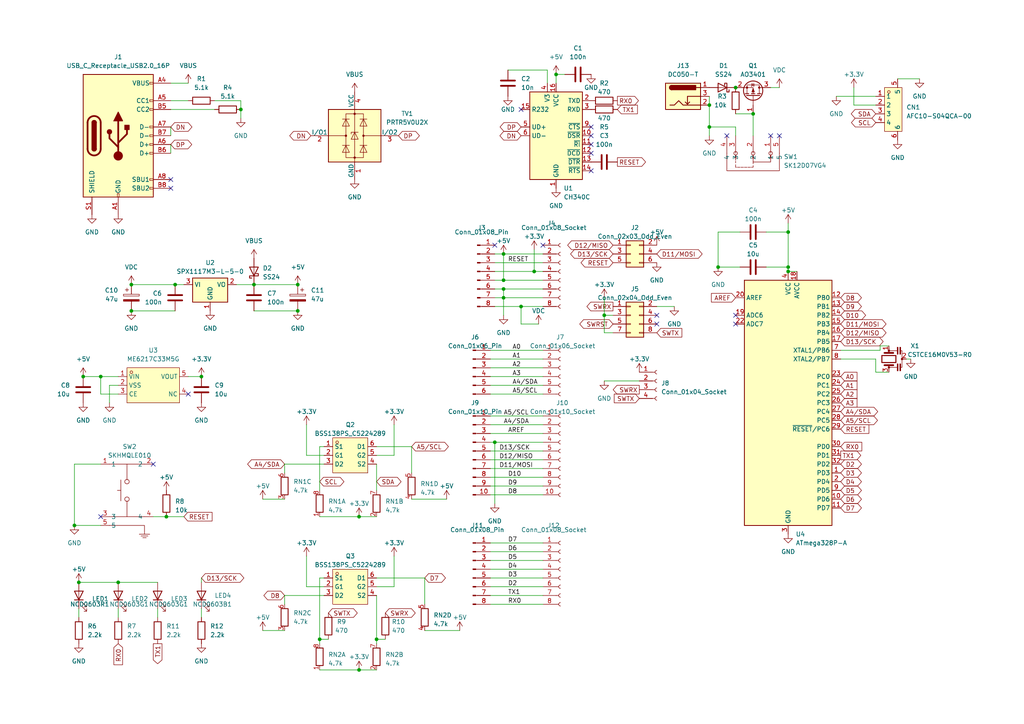
<source format=kicad_sch>
(kicad_sch (version 20231120) (generator "eeschema") (generator_version "8.0")
  (paper "A4")
  (lib_symbols
    (symbol "Connector:Barrel_Jack_Switch" (pin_names hide)
      (property "Reference" "J" (at 0 5.334 0))
      (property "Value" "Barrel_Jack_Switch" (at 0 -5.08 0))
      (symbol "Barrel_Jack_Switch_1_1"
        (pin passive line (at 7.62 2.54 180) (length 2.54) (name "~") (number "1"))
        (pin passive line (at 7.62 -2.54 180) (length 2.54) (name "~") (number "2"))
        (pin passive line (at 7.62 0 180) (length 2.54) (name "~") (number "3"))
      )
    )
    (symbol "Connector:Conn_01x04_Socket" (pin_names (offset 1.016) hide)
      (property "Reference" "J" (at 0 5.08 0))
      (property "Value" "Conn_01x04_Socket" (at 0 -7.62 0))
      (symbol "Conn_01x04_Socket_1_1"
        (pin passive line (at -5.08 2.54 0) (length 3.81) (name "Pin_1") (number "1"))
        (pin passive line (at -5.08 0 0) (length 3.81) (name "Pin_2") (number "2"))
        (pin passive line (at -5.08 -2.54 0) (length 3.81) (name "Pin_3") (number "3"))
        (pin passive line (at -5.08 -5.08 0) (length 3.81) (name "Pin_4") (number "4"))
      )
    )
    (symbol "Connector:Conn_01x06_Pin" (pin_names (offset 1.016) hide)
      (property "Reference" "J" (at 0 7.62 0))
      (property "Value" "Conn_01x06_Pin" (at 0 -10.16 0))
      (symbol "Conn_01x06_Pin_1_1"
        (pin passive line (at 5.08 5.08 180) (length 3.81) (name "Pin_1") (number "1"))
        (pin passive line (at 5.08 2.54 180) (length 3.81) (name "Pin_2") (number "2"))
        (pin passive line (at 5.08 0 180) (length 3.81) (name "Pin_3") (number "3"))
        (pin passive line (at 5.08 -2.54 180) (length 3.81) (name "Pin_4") (number "4"))
        (pin passive line (at 5.08 -5.08 180) (length 3.81) (name "Pin_5") (number "5"))
        (pin passive line (at 5.08 -7.62 180) (length 3.81) (name "Pin_6") (number "6"))
      )
    )
    (symbol "Connector:Conn_01x06_Socket" (pin_names (offset 1.016) hide)
      (property "Reference" "J" (at 0 7.62 0))
      (property "Value" "Conn_01x06_Socket" (at 0 -10.16 0))
      (symbol "Conn_01x06_Socket_1_1"
        (pin passive line (at -5.08 5.08 0) (length 3.81) (name "Pin_1") (number "1"))
        (pin passive line (at -5.08 2.54 0) (length 3.81) (name "Pin_2") (number "2"))
        (pin passive line (at -5.08 0 0) (length 3.81) (name "Pin_3") (number "3"))
        (pin passive line (at -5.08 -2.54 0) (length 3.81) (name "Pin_4") (number "4"))
        (pin passive line (at -5.08 -5.08 0) (length 3.81) (name "Pin_5") (number "5"))
        (pin passive line (at -5.08 -7.62 0) (length 3.81) (name "Pin_6") (number "6"))
      )
    )
    (symbol "Connector:Conn_01x08_Pin" (pin_names (offset 1.016) hide)
      (property "Reference" "J" (at 0 10.16 0))
      (property "Value" "Conn_01x08_Pin" (at 0 -12.7 0))
      (symbol "Conn_01x08_Pin_1_1"
        (pin passive line (at 5.08 7.62 180) (length 3.81) (name "Pin_1") (number "1"))
        (pin passive line (at 5.08 5.08 180) (length 3.81) (name "Pin_2") (number "2"))
        (pin passive line (at 5.08 2.54 180) (length 3.81) (name "Pin_3") (number "3"))
        (pin passive line (at 5.08 0 180) (length 3.81) (name "Pin_4") (number "4"))
        (pin passive line (at 5.08 -2.54 180) (length 3.81) (name "Pin_5") (number "5"))
        (pin passive line (at 5.08 -5.08 180) (length 3.81) (name "Pin_6") (number "6"))
        (pin passive line (at 5.08 -7.62 180) (length 3.81) (name "Pin_7") (number "7"))
        (pin passive line (at 5.08 -10.16 180) (length 3.81) (name "Pin_8") (number "8"))
      )
    )
    (symbol "Connector:Conn_01x08_Socket" (pin_names (offset 1.016) hide)
      (property "Reference" "J" (at 0 10.16 0))
      (property "Value" "Conn_01x08_Socket" (at 0 -12.7 0))
      (symbol "Conn_01x08_Socket_1_1"
        (pin passive line (at -5.08 7.62 0) (length 3.81) (name "Pin_1") (number "1"))
        (pin passive line (at -5.08 5.08 0) (length 3.81) (name "Pin_2") (number "2"))
        (pin passive line (at -5.08 2.54 0) (length 3.81) (name "Pin_3") (number "3"))
        (pin passive line (at -5.08 0 0) (length 3.81) (name "Pin_4") (number "4"))
        (pin passive line (at -5.08 -2.54 0) (length 3.81) (name "Pin_5") (number "5"))
        (pin passive line (at -5.08 -5.08 0) (length 3.81) (name "Pin_6") (number "6"))
        (pin passive line (at -5.08 -7.62 0) (length 3.81) (name "Pin_7") (number "7"))
        (pin passive line (at -5.08 -10.16 0) (length 3.81) (name "Pin_8") (number "8"))
      )
    )
    (symbol "Connector:Conn_01x10_Pin" (pin_names (offset 1.016) hide)
      (property "Reference" "J" (at 0 12.7 0))
      (property "Value" "Conn_01x10_Pin" (at 0 -15.24 0))
      (symbol "Conn_01x10_Pin_1_1"
        (pin passive line (at 5.08 10.16 180) (length 3.81) (name "Pin_1") (number "1"))
        (pin passive line (at 5.08 -12.7 180) (length 3.81) (name "Pin_10") (number "10"))
        (pin passive line (at 5.08 7.62 180) (length 3.81) (name "Pin_2") (number "2"))
        (pin passive line (at 5.08 5.08 180) (length 3.81) (name "Pin_3") (number "3"))
        (pin passive line (at 5.08 2.54 180) (length 3.81) (name "Pin_4") (number "4"))
        (pin passive line (at 5.08 0 180) (length 3.81) (name "Pin_5") (number "5"))
        (pin passive line (at 5.08 -2.54 180) (length 3.81) (name "Pin_6") (number "6"))
        (pin passive line (at 5.08 -5.08 180) (length 3.81) (name "Pin_7") (number "7"))
        (pin passive line (at 5.08 -7.62 180) (length 3.81) (name "Pin_8") (number "8"))
        (pin passive line (at 5.08 -10.16 180) (length 3.81) (name "Pin_9") (number "9"))
      )
    )
    (symbol "Connector:Conn_01x10_Socket" (pin_names (offset 1.016) hide)
      (property "Reference" "J" (at 0 12.7 0))
      (property "Value" "Conn_01x10_Socket" (at 0 -15.24 0))
      (symbol "Conn_01x10_Socket_1_1"
        (pin passive line (at -5.08 10.16 0) (length 3.81) (name "Pin_1") (number "1"))
        (pin passive line (at -5.08 -12.7 0) (length 3.81) (name "Pin_10") (number "10"))
        (pin passive line (at -5.08 7.62 0) (length 3.81) (name "Pin_2") (number "2"))
        (pin passive line (at -5.08 5.08 0) (length 3.81) (name "Pin_3") (number "3"))
        (pin passive line (at -5.08 2.54 0) (length 3.81) (name "Pin_4") (number "4"))
        (pin passive line (at -5.08 0 0) (length 3.81) (name "Pin_5") (number "5"))
        (pin passive line (at -5.08 -2.54 0) (length 3.81) (name "Pin_6") (number "6"))
        (pin passive line (at -5.08 -5.08 0) (length 3.81) (name "Pin_7") (number "7"))
        (pin passive line (at -5.08 -7.62 0) (length 3.81) (name "Pin_8") (number "8"))
        (pin passive line (at -5.08 -10.16 0) (length 3.81) (name "Pin_9") (number "9"))
      )
    )
    (symbol "Connector:USB_C_Receptacle_USB2.0_16P" (pin_names (offset 1.016))
      (property "Reference" "J" (at 0 22.225 0))
      (property "Value" "USB_C_Receptacle_USB2.0_16P" (at 0 19.685 0))
      (symbol "USB_C_Receptacle_USB2.0_16P_1_1"
        (pin passive line (at 0 -22.86 90) (length 5.08) (name "GND") (number "A1"))
        (pin passive line (at 0 -22.86 90) (length 5.08) hide (name "GND") (number "A12"))
        (pin passive line (at 15.24 15.24 180) (length 5.08) (name "VBUS") (number "A4"))
        (pin bidirectional line (at 15.24 10.16 180) (length 5.08) (name "CC1") (number "A5"))
        (pin bidirectional line (at 15.24 -2.54 180) (length 5.08) (name "D+") (number "A6"))
        (pin bidirectional line (at 15.24 2.54 180) (length 5.08) (name "D-") (number "A7"))
        (pin bidirectional line (at 15.24 -12.7 180) (length 5.08) (name "SBU1") (number "A8"))
        (pin passive line (at 15.24 15.24 180) (length 5.08) hide (name "VBUS") (number "A9"))
        (pin passive line (at 0 -22.86 90) (length 5.08) hide (name "GND") (number "B1"))
        (pin passive line (at 0 -22.86 90) (length 5.08) hide (name "GND") (number "B12"))
        (pin passive line (at 15.24 15.24 180) (length 5.08) hide (name "VBUS") (number "B4"))
        (pin bidirectional line (at 15.24 7.62 180) (length 5.08) (name "CC2") (number "B5"))
        (pin bidirectional line (at 15.24 -5.08 180) (length 5.08) (name "D+") (number "B6"))
        (pin bidirectional line (at 15.24 0 180) (length 5.08) (name "D-") (number "B7"))
        (pin bidirectional line (at 15.24 -15.24 180) (length 5.08) (name "SBU2") (number "B8"))
        (pin passive line (at 15.24 15.24 180) (length 5.08) hide (name "VBUS") (number "B9"))
        (pin passive line (at -7.62 -22.86 90) (length 5.08) (name "SHIELD") (number "S1"))
      )
    )
    (symbol "Connector_Generic:Conn_02x03_Odd_Even" (pin_names (offset 1.016) hide)
      (property "Reference" "J" (at 1.27 5.08 0))
      (property "Value" "Conn_02x03_Odd_Even" (at 1.27 -5.08 0))
      (symbol "Conn_02x03_Odd_Even_1_1"
        (pin passive line (at -5.08 2.54 0) (length 3.81) (name "Pin_1") (number "1"))
        (pin passive line (at 7.62 2.54 180) (length 3.81) (name "Pin_2") (number "2"))
        (pin passive line (at -5.08 0 0) (length 3.81) (name "Pin_3") (number "3"))
        (pin passive line (at 7.62 0 180) (length 3.81) (name "Pin_4") (number "4"))
        (pin passive line (at -5.08 -2.54 0) (length 3.81) (name "Pin_5") (number "5"))
        (pin passive line (at 7.62 -2.54 180) (length 3.81) (name "Pin_6") (number "6"))
      )
    )
    (symbol "Connector_Generic:Conn_02x04_Odd_Even" (pin_names (offset 1.016) hide)
      (property "Reference" "J" (at 1.27 5.08 0))
      (property "Value" "Conn_02x04_Odd_Even" (at 1.27 -7.62 0))
      (symbol "Conn_02x04_Odd_Even_1_1"
        (pin passive line (at -5.08 2.54 0) (length 3.81) (name "Pin_1") (number "1"))
        (pin passive line (at 7.62 2.54 180) (length 3.81) (name "Pin_2") (number "2"))
        (pin passive line (at -5.08 0 0) (length 3.81) (name "Pin_3") (number "3"))
        (pin passive line (at 7.62 0 180) (length 3.81) (name "Pin_4") (number "4"))
        (pin passive line (at -5.08 -2.54 0) (length 3.81) (name "Pin_5") (number "5"))
        (pin passive line (at 7.62 -2.54 180) (length 3.81) (name "Pin_6") (number "6"))
        (pin passive line (at -5.08 -5.08 0) (length 3.81) (name "Pin_7") (number "7"))
        (pin passive line (at 7.62 -5.08 180) (length 3.81) (name "Pin_8") (number "8"))
      )
    )
    (symbol "Device:C" (pin_numbers hide) (pin_names (offset 0.254))
      (property "Reference" "C" (at 0.635 2.54 0))
      (property "Value" "C" (at 0.635 -2.54 0))
      (symbol "C_1_1"
        (pin passive line (at 0 3.81 270) (length 2.794) (name "~") (number "1"))
        (pin passive line (at 0 -3.81 90) (length 2.794) (name "~") (number "2"))
      )
    )
    (symbol "Device:C_Polarized" (pin_numbers hide) (pin_names (offset 0.254))
      (property "Reference" "C" (at 0.635 2.54 0))
      (property "Value" "C_Polarized" (at 0.635 -2.54 0))
      (symbol "C_Polarized_1_1"
        (pin passive line (at 0 3.81 270) (length 2.794) (name "~") (number "1"))
        (pin passive line (at 0 -3.81 90) (length 2.794) (name "~") (number "2"))
      )
    )
    (symbol "Device:D_Schottky" (pin_numbers hide) (pin_names (offset 1.016) hide)
      (property "Reference" "D" (at 0 2.54 0))
      (property "Value" "D_Schottky" (at 0 -2.54 0))
      (symbol "D_Schottky_1_1"
        (pin passive line (at -3.81 0 0) (length 2.54) (name "K") (number "1"))
        (pin passive line (at 3.81 0 180) (length 2.54) (name "A") (number "2"))
      )
    )
    (symbol "Device:LED" (pin_numbers hide) (pin_names (offset 1.016) hide)
      (property "Reference" "D" (at 0 2.54 0))
      (property "Value" "LED" (at 0 -2.54 0))
      (symbol "LED_1_1"
        (pin passive line (at -3.81 0 0) (length 2.54) (name "K") (number "1"))
        (pin passive line (at 3.81 0 180) (length 2.54) (name "A") (number "2"))
      )
    )
    (symbol "Device:R" (pin_numbers hide) (pin_names (offset 0))
      (property "Reference" "R" (at 2.032 0 90))
      (property "Value" "R" (at 0 0 90))
      (symbol "R_1_1"
        (pin passive line (at 0 3.81 270) (length 1.27) (name "~") (number "1"))
        (pin passive line (at 0 -3.81 90) (length 1.27) (name "~") (number "2"))
      )
    )
    (symbol "Device:R_Pack04_Split" (pin_names (offset 0) hide)
      (property "Reference" "RN" (at 2.032 0 90))
      (property "Value" "R_Pack04_Split" (at 0 0 90))
      (symbol "R_Pack04_Split_1_1"
        (pin passive line (at 0 -3.81 90) (length 1.27) (name "R1.1") (number "1"))
        (pin passive line (at 0 3.81 270) (length 1.27) (name "R1.2") (number "8"))
      )
      (symbol "R_Pack04_Split_2_1"
        (pin passive line (at 0 -3.81 90) (length 1.27) (name "R2.1") (number "2"))
        (pin passive line (at 0 3.81 270) (length 1.27) (name "R2.2") (number "7"))
      )
      (symbol "R_Pack04_Split_3_1"
        (pin passive line (at 0 -3.81 90) (length 1.27) (name "R3.1") (number "3"))
        (pin passive line (at 0 3.81 270) (length 1.27) (name "R3.2") (number "6"))
      )
      (symbol "R_Pack04_Split_4_1"
        (pin passive line (at 0 -3.81 90) (length 1.27) (name "R4.1") (number "4"))
        (pin passive line (at 0 3.81 270) (length 1.27) (name "R4.2") (number "5"))
      )
    )
    (symbol "Device:Resonator" (pin_names (offset 1.016) hide)
      (property "Reference" "Y" (at 0 5.715 0))
      (property "Value" "Resonator" (at 0 3.81 0))
      (symbol "Resonator_1_1"
        (pin passive line (at -3.81 0 0) (length 1.27) (name "1") (number "1"))
        (pin passive line (at 0 -5.08 90) (length 1.27) (name "2") (number "2"))
        (pin passive line (at 3.81 0 180) (length 1.27) (name "3") (number "3"))
      )
    )
    (symbol "Interface_USB:CH340C"
      (property "Reference" "U" (at -5.08 13.97 0))
      (property "Value" "CH340C" (at 1.27 13.97 0))
      (symbol "CH340C_1_1"
        (pin power_in line (at 0 -15.24 90) (length 2.54) (name "GND") (number "1"))
        (pin input line (at 10.16 0 180) (length 2.54) (name "~{DSR}") (number "10"))
        (pin input line (at 10.16 -2.54 180) (length 2.54) (name "~{RI}") (number "11"))
        (pin input line (at 10.16 -5.08 180) (length 2.54) (name "~{DCD}") (number "12"))
        (pin output line (at 10.16 -7.62 180) (length 2.54) (name "~{DTR}") (number "13"))
        (pin output line (at 10.16 -10.16 180) (length 2.54) (name "~{RTS}") (number "14"))
        (pin input line (at -10.16 7.62 0) (length 2.54) (name "R232") (number "15"))
        (pin power_in line (at 0 15.24 270) (length 2.54) (name "VCC") (number "16"))
        (pin output line (at 10.16 10.16 180) (length 2.54) (name "TXD") (number "2"))
        (pin input line (at 10.16 7.62 180) (length 2.54) (name "RXD") (number "3"))
        (pin passive line (at -2.54 15.24 270) (length 2.54) (name "V3") (number "4"))
        (pin bidirectional line (at -10.16 2.54 0) (length 2.54) (name "UD+") (number "5"))
        (pin bidirectional line (at -10.16 0 0) (length 2.54) (name "UD-") (number "6"))
        (pin no_connect line (at -7.62 -7.62 0) (length 2.54) hide (name "NC") (number "7"))
        (pin no_connect line (at -7.62 -10.16 0) (length 2.54) hide (name "NC") (number "8"))
        (pin input line (at 10.16 2.54 180) (length 2.54) (name "~{CTS}") (number "9"))
      )
    )
    (symbol "MCU_Microchip_ATmega:ATmega328P-A"
      (property "Reference" "U" (at -12.7 36.83 0))
      (property "Value" "ATmega328P-A" (at 2.54 -36.83 0))
      (symbol "ATmega328P-A_1_1"
        (pin bidirectional line (at 15.24 -20.32 180) (length 2.54) (name "PD3") (number "1"))
        (pin bidirectional line (at 15.24 -27.94 180) (length 2.54) (name "PD6") (number "10"))
        (pin bidirectional line (at 15.24 -30.48 180) (length 2.54) (name "PD7") (number "11"))
        (pin bidirectional line (at 15.24 30.48 180) (length 2.54) (name "PB0") (number "12"))
        (pin bidirectional line (at 15.24 27.94 180) (length 2.54) (name "PB1") (number "13"))
        (pin bidirectional line (at 15.24 25.4 180) (length 2.54) (name "PB2") (number "14"))
        (pin bidirectional line (at 15.24 22.86 180) (length 2.54) (name "PB3") (number "15"))
        (pin bidirectional line (at 15.24 20.32 180) (length 2.54) (name "PB4") (number "16"))
        (pin bidirectional line (at 15.24 17.78 180) (length 2.54) (name "PB5") (number "17"))
        (pin power_in line (at 2.54 38.1 270) (length 2.54) (name "AVCC") (number "18"))
        (pin input line (at -15.24 25.4 0) (length 2.54) (name "ADC6") (number "19"))
        (pin bidirectional line (at 15.24 -22.86 180) (length 2.54) (name "PD4") (number "2"))
        (pin passive line (at -15.24 30.48 0) (length 2.54) (name "AREF") (number "20"))
        (pin passive line (at 0 -38.1 90) (length 2.54) hide (name "GND") (number "21"))
        (pin input line (at -15.24 22.86 0) (length 2.54) (name "ADC7") (number "22"))
        (pin bidirectional line (at 15.24 7.62 180) (length 2.54) (name "PC0") (number "23"))
        (pin bidirectional line (at 15.24 5.08 180) (length 2.54) (name "PC1") (number "24"))
        (pin bidirectional line (at 15.24 2.54 180) (length 2.54) (name "PC2") (number "25"))
        (pin bidirectional line (at 15.24 0 180) (length 2.54) (name "PC3") (number "26"))
        (pin bidirectional line (at 15.24 -2.54 180) (length 2.54) (name "PC4") (number "27"))
        (pin bidirectional line (at 15.24 -5.08 180) (length 2.54) (name "PC5") (number "28"))
        (pin bidirectional line (at 15.24 -7.62 180) (length 2.54) (name "~{RESET}/PC6") (number "29"))
        (pin power_in line (at 0 -38.1 90) (length 2.54) (name "GND") (number "3"))
        (pin bidirectional line (at 15.24 -12.7 180) (length 2.54) (name "PD0") (number "30"))
        (pin bidirectional line (at 15.24 -15.24 180) (length 2.54) (name "PD1") (number "31"))
        (pin bidirectional line (at 15.24 -17.78 180) (length 2.54) (name "PD2") (number "32"))
        (pin power_in line (at 0 38.1 270) (length 2.54) (name "VCC") (number "4"))
        (pin passive line (at 0 -38.1 90) (length 2.54) hide (name "GND") (number "5"))
        (pin passive line (at 0 38.1 270) (length 2.54) hide (name "VCC") (number "6"))
        (pin bidirectional line (at 15.24 15.24 180) (length 2.54) (name "XTAL1/PB6") (number "7"))
        (pin bidirectional line (at 15.24 12.7 180) (length 2.54) (name "XTAL2/PB7") (number "8"))
        (pin bidirectional line (at 15.24 -25.4 180) (length 2.54) (name "PD5") (number "9"))
      )
    )
    (symbol "Power_Protection:PRTR5V0U2X" (pin_names (offset 0))
      (property "Reference" "D" (at 2.794 8.636 0))
      (property "Value" "PRTR5V0U2X" (at 8.128 -9.398 0))
      (symbol "PRTR5V0U2X_1_1"
        (pin passive line (at 0 -12.7 90) (length 5.08) (name "GND") (number "1"))
        (pin passive line (at -12.7 0 0) (length 5.08) (name "I/O1") (number "2"))
        (pin passive line (at 12.7 0 180) (length 5.08) (name "I/O2") (number "3"))
        (pin passive line (at 0 12.7 270) (length 5.08) (name "VCC") (number "4"))
      )
    )
    (symbol "Regulator_Linear:AMS1117-5.0"
      (property "Reference" "U" (at -3.81 3.175 0))
      (property "Value" "AMS1117-5.0" (at 0 3.175 0))
      (symbol "AMS1117-5.0_1_1"
        (pin power_in line (at 0 -7.62 90) (length 2.54) (name "GND") (number "1"))
        (pin power_out line (at 7.62 0 180) (length 2.54) (name "VO") (number "2"))
        (pin power_in line (at -7.62 0 0) (length 2.54) (name "VI") (number "3"))
      )
    )
    (symbol "Transistor_FET:AO3401A" (pin_names hide)
      (property "Reference" "Q" (at 5.08 1.905 0))
      (property "Value" "AO3401A" (at 5.08 0 0))
      (symbol "AO3401A_1_1"
        (pin input line (at -5.08 0 0) (length 2.54) (name "G") (number "1"))
        (pin passive line (at 2.54 -5.08 90) (length 2.54) (name "S") (number "2"))
        (pin passive line (at 2.54 5.08 270) (length 2.54) (name "D") (number "3"))
      )
    )
    (symbol "power:+3.3V" (power) (pin_names (offset 0))
      (property "Value" "+3.3V" (at 0 3.556 0))
      (symbol "+3.3V_1_1"
        (pin power_in line (at 0 0 90) (length 0) hide (name "+3.3V") (number "1"))
      )
    )
    (symbol "power:+5V" (power) (pin_names (offset 0))
      (property "Value" "+5V" (at 0 3.556 0))
      (symbol "+5V_1_1"
        (pin power_in line (at 0 0 90) (length 0) hide (name "+5V") (number "1"))
      )
    )
    (symbol "power:GND" (power) (pin_names (offset 0))
      (property "Value" "GND" (at 0 -3.81 0))
      (symbol "GND_1_1"
        (pin power_in line (at 0 0 270) (length 0) hide (name "GND") (number "1"))
      )
    )
    (symbol "power:VBUS" (power) (pin_names (offset 0))
      (property "Value" "VBUS" (at 0 3.81 0))
      (symbol "VBUS_1_1"
        (pin power_in line (at 0 0 90) (length 0) hide (name "VBUS") (number "1"))
      )
    )
    (symbol "power:VDC" (power) (pin_names (offset 0))
      (property "Value" "VDC" (at 0 6.35 0))
      (symbol "VDC_1_1"
        (pin power_in line (at 0 0 90) (length 0) hide (name "VDC") (number "1"))
      )
    )
    (symbol "uno:AFC10-S04QCA-00"
      (property "Reference" "X" (at 0 13.97 0))
      (property "Value" "AFC10-S04QCA-00" (at 0 -13.97 0))
      (symbol "AFC10-S04QCA-00_0_1"
        (pin unspecified line (at -5.08 3.81 0) (length 2.54) (name "1") (number "1"))
        (pin unspecified line (at -5.08 1.27 0) (length 2.54) (name "2") (number "2"))
        (pin unspecified line (at -5.08 -1.27 0) (length 2.54) (name "3") (number "3"))
        (pin unspecified line (at -5.08 -3.81 0) (length 2.54) (name "4") (number "4"))
        (pin unspecified line (at 1.27 8.89 270) (length 2.54) (name "5") (number "5"))
        (pin unspecified line (at 1.27 -8.89 90) (length 2.54) (name "6") (number "6"))
      )
    )
    (symbol "uno:BSS138PS_C5224289"
      (property "Reference" "U" (at 0 7.62 0))
      (property "Value" "BSS138PS_C5224289" (at 0 -7.62 0))
      (symbol "BSS138PS_C5224289_0_1"
        (pin unspecified line (at -7.62 2.54 0) (length 2.54) (name "S1") (number "1"))
        (pin unspecified line (at -7.62 0 0) (length 2.54) (name "G1") (number "2"))
        (pin unspecified line (at -7.62 -2.54 0) (length 2.54) (name "D2") (number "3"))
        (pin unspecified line (at 7.62 -2.54 180) (length 2.54) (name "S2") (number "4"))
        (pin unspecified line (at 7.62 0 180) (length 2.54) (name "G2") (number "5"))
        (pin unspecified line (at 7.62 2.54 180) (length 2.54) (name "D1") (number "6"))
      )
    )
    (symbol "uno:ME6217C33M5G"
      (property "Reference" "U" (at 0 7.62 0))
      (property "Value" "ME6217C33M5G" (at 0 -7.62 0))
      (symbol "ME6217C33M5G_0_1"
        (pin unspecified line (at -10.16 2.54 0) (length 2.54) (name "VIN") (number "1"))
        (pin unspecified line (at -10.16 0 0) (length 2.54) (name "VSS") (number "2"))
        (pin unspecified line (at -10.16 -2.54 0) (length 2.54) (name "CE") (number "3"))
        (pin unspecified line (at 10.16 -2.54 180) (length 2.54) (name "NC") (number "4"))
        (pin unspecified line (at 10.16 2.54 180) (length 2.54) (name "VOUT") (number "5"))
      )
    )
    (symbol "uno:SK12D07VG4"
      (property "Reference" "SW" (at 0 0 0))
      (property "Value" "SK12D07VG4" (at 0 -10.16 0))
      (symbol "SK12D07VG4_0_1"
        (pin unspecified line (at -5.08 -5.08 90) (length 5.08) (name "1") (number "1"))
        (pin unspecified line (at 0 -5.08 90) (length 5.08) (name "2") (number "2"))
        (pin unspecified line (at 5.08 -5.08 90) (length 5.08) (name "3") (number "3"))
        (pin unspecified line (at 7.62 -5.08 90) (length 5.08) (name "4") (number "4"))
        (pin unspecified line (at -7.62 -5.08 90) (length 5.08) (name "5") (number "5"))
      )
    )
    (symbol "uno:SKHMQLE010"
      (property "Reference" "SW" (at 0 13.97 0))
      (property "Value" "SKHMQLE010" (at 0 -13.97 0))
      (symbol "SKHMQLE010_0_1"
        (pin unspecified line (at -7.62 8.89 0) (length 2.54) (name "1") (number "1"))
        (pin unspecified line (at 7.62 8.89 180) (length 2.54) (name "2") (number "2"))
        (pin unspecified line (at -7.62 -6.35 0) (length 2.54) (name "3") (number "3"))
        (pin unspecified line (at 7.62 -6.35 180) (length 2.54) (name "4") (number "4"))
        (pin unspecified line (at -7.62 -8.89 0) (length 2.54) (name "5") (number "5"))
      )
    )
  )
  (junction (at 104.14 194.31))
  (junction (at 73.66 82.55))
  (junction (at 146.05 86.36))
  (junction (at 38.1 90.17))
  (junction (at 34.29 168.91))
  (junction (at 228.6 78.74))
  (junction (at 104.14 149.86))
  (junction (at 86.36 82.55))
  (junction (at 92.71 185.42))
  (junction (at 151.13 88.9))
  (junction (at 21.59 152.4))
  (junction (at 154.94 78.74))
  (junction (at 213.36 25.4))
  (junction (at 146.05 83.82))
  (junction (at 22.86 168.91))
  (junction (at 29.21 109.22))
  (junction (at 143.51 128.27))
  (junction (at 69.85 31.75))
  (junction (at 109.22 185.42))
  (junction (at 24.13 109.22))
  (junction (at 38.1 82.55))
  (junction (at 50.8 82.55))
  (junction (at 175.26 91.44))
  (junction (at 205.74 30.48))
  (junction (at 146.05 73.66))
  (junction (at 208.28 77.47))
  (junction (at 218.44 33.02))
  (junction (at 228.6 67.31))
  (junction (at 58.42 109.22))
  (junction (at 161.29 21.59))
  (junction (at 146.05 81.28))
  (junction (at 228.6 77.47))
  (junction (at 48.26 149.86))
  (junction (at 86.36 90.17))
  (junction (at 205.74 36.83))
  (no_connect (at 151.13 31.75))
  (no_connect (at 171.45 44.45))
  (no_connect (at 29.21 149.86))
  (no_connect (at 190.5 91.44))
  (no_connect (at 44.45 134.62))
  (no_connect (at 210.82 39.37))
  (no_connect (at 171.45 39.37))
  (no_connect (at 226.06 39.37))
  (no_connect (at 171.45 49.53))
  (no_connect (at 171.45 36.83))
  (no_connect (at 54.61 114.3))
  (no_connect (at 49.53 54.61))
  (no_connect (at 157.48 71.12))
  (no_connect (at 49.53 52.07))
  (no_connect (at 213.36 91.44))
  (no_connect (at 171.45 41.91))
  (no_connect (at 143.51 71.12))
  (no_connect (at 213.36 93.98))
  (no_connect (at 190.5 93.98))
  (no_connect (at 223.52 39.37))
  (wire (pts (xy 142.24 130.81) (xy 157.48 130.81)))
  (wire (pts (xy 175.26 96.52) (xy 175.26 91.44)))
  (wire (pts (xy 142.24 128.27) (xy 143.51 128.27)))
  (wire (pts (xy 177.8 96.52) (xy 175.26 96.52)))
  (wire (pts (xy 22.86 168.91) (xy 34.29 168.91)))
  (wire (pts (xy 31.75 116.84) (xy 31.75 111.76)))
  (wire (pts (xy 228.6 77.47) (xy 228.6 78.74)))
  (wire (pts (xy 143.51 78.74) (xy 154.94 78.74)))
  (wire (pts (xy 175.26 91.44) (xy 175.26 86.36)))
  (wire (pts (xy 119.38 144.78) (xy 129.54 144.78)))
  (wire (pts (xy 247.65 25.4) (xy 247.65 30.48)))
  (wire (pts (xy 142.24 106.68) (xy 157.48 106.68)))
  (wire (pts (xy 158.75 20.32) (xy 147.32 20.32)))
  (wire (pts (xy 109.22 134.62) (xy 109.22 142.24)))
  (wire (pts (xy 92.71 129.54) (xy 92.71 142.24)))
  (wire (pts (xy 143.51 76.2) (xy 157.48 76.2)))
  (wire (pts (xy 88.9 170.18) (xy 88.9 161.29)))
  (wire (pts (xy 142.24 104.14) (xy 157.48 104.14)))
  (wire (pts (xy 29.21 109.22) (xy 34.29 109.22)))
  (wire (pts (xy 143.51 86.36) (xy 146.05 86.36)))
  (wire (pts (xy 69.85 31.75) (xy 69.85 34.29)))
  (wire (pts (xy 213.36 33.02) (xy 218.44 33.02)))
  (wire (pts (xy 34.29 114.3) (xy 29.21 114.3)))
  (wire (pts (xy 142.24 175.26) (xy 157.48 175.26)))
  (wire (pts (xy 254 107.95) (xy 254 104.14)))
  (wire (pts (xy 93.98 172.72) (xy 82.55 172.72)))
  (wire (pts (xy 54.61 109.22) (xy 58.42 109.22)))
  (wire (pts (xy 255.27 100.33) (xy 255.27 101.6)))
  (wire (pts (xy 49.53 29.21) (xy 54.61 29.21)))
  (wire (pts (xy 76.2 182.88) (xy 82.55 182.88)))
  (wire (pts (xy 123.19 167.64) (xy 123.19 175.26)))
  (wire (pts (xy 142.24 109.22) (xy 157.48 109.22)))
  (wire (pts (xy 119.38 129.54) (xy 119.38 137.16)))
  (wire (pts (xy 49.53 41.91) (xy 49.53 44.45)))
  (wire (pts (xy 143.51 128.27) (xy 157.48 128.27)))
  (wire (pts (xy 114.3 161.29) (xy 114.3 170.18)))
  (wire (pts (xy 142.24 111.76) (xy 157.48 111.76)))
  (wire (pts (xy 142.24 170.18) (xy 157.48 170.18)))
  (wire (pts (xy 161.29 21.59) (xy 163.83 21.59)))
  (wire (pts (xy 34.29 168.91) (xy 45.72 168.91)))
  (wire (pts (xy 143.51 88.9) (xy 151.13 88.9)))
  (wire (pts (xy 142.24 172.72) (xy 157.48 172.72)))
  (wire (pts (xy 142.24 160.02) (xy 157.48 160.02)))
  (wire (pts (xy 58.42 176.53) (xy 58.42 179.07)))
  (wire (pts (xy 142.24 123.19) (xy 157.48 123.19)))
  (wire (pts (xy 205.74 39.37) (xy 205.74 36.83)))
  (wire (pts (xy 146.05 83.82) (xy 146.05 86.36)))
  (wire (pts (xy 208.28 67.31) (xy 214.63 67.31)))
  (wire (pts (xy 104.14 194.31) (xy 109.22 194.31)))
  (wire (pts (xy 228.6 64.77) (xy 228.6 67.31)))
  (wire (pts (xy 29.21 114.3) (xy 29.21 109.22)))
  (wire (pts (xy 34.29 176.53) (xy 34.29 179.07)))
  (wire (pts (xy 214.63 77.47) (xy 208.28 77.47)))
  (wire (pts (xy 93.98 134.62) (xy 82.55 134.62)))
  (wire (pts (xy 205.74 27.94) (xy 205.74 30.48)))
  (wire (pts (xy 93.98 132.08) (xy 88.9 132.08)))
  (wire (pts (xy 114.3 123.19) (xy 114.3 132.08)))
  (wire (pts (xy 24.13 109.22) (xy 29.21 109.22)))
  (wire (pts (xy 142.24 133.35) (xy 157.48 133.35)))
  (wire (pts (xy 208.28 67.31) (xy 208.28 77.47)))
  (wire (pts (xy 76.2 144.78) (xy 82.55 144.78)))
  (wire (pts (xy 109.22 185.42) (xy 109.22 186.69)))
  (wire (pts (xy 69.85 29.21) (xy 69.85 31.75)))
  (wire (pts (xy 48.26 149.86) (xy 53.34 149.86)))
  (wire (pts (xy 38.1 90.17) (xy 50.8 90.17)))
  (wire (pts (xy 58.42 167.64) (xy 58.42 168.91)))
  (wire (pts (xy 109.22 129.54) (xy 119.38 129.54)))
  (wire (pts (xy 109.22 185.42) (xy 111.76 185.42)))
  (wire (pts (xy 142.24 101.6) (xy 157.48 101.6)))
  (wire (pts (xy 31.75 111.76) (xy 34.29 111.76)))
  (wire (pts (xy 151.13 93.98) (xy 156.21 93.98)))
  (wire (pts (xy 93.98 167.64) (xy 92.71 167.64)))
  (wire (pts (xy 142.24 125.73) (xy 157.48 125.73)))
  (wire (pts (xy 142.24 167.64) (xy 157.48 167.64)))
  (wire (pts (xy 21.59 134.62) (xy 29.21 134.62)))
  (wire (pts (xy 146.05 83.82) (xy 157.48 83.82)))
  (wire (pts (xy 143.51 83.82) (xy 146.05 83.82)))
  (wire (pts (xy 257.81 100.33) (xy 255.27 100.33)))
  (wire (pts (xy 146.05 73.66) (xy 146.05 81.28)))
  (wire (pts (xy 143.51 81.28) (xy 146.05 81.28)))
  (wire (pts (xy 49.53 31.75) (xy 62.23 31.75)))
  (wire (pts (xy 109.22 132.08) (xy 114.3 132.08)))
  (wire (pts (xy 50.8 82.55) (xy 53.34 82.55)))
  (wire (pts (xy 142.24 162.56) (xy 157.48 162.56)))
  (wire (pts (xy 213.36 39.37) (xy 213.36 36.83)))
  (wire (pts (xy 44.45 149.86) (xy 48.26 149.86)))
  (wire (pts (xy 222.25 77.47) (xy 228.6 77.47)))
  (wire (pts (xy 142.24 114.3) (xy 157.48 114.3)))
  (wire (pts (xy 228.6 78.74) (xy 231.14 78.74)))
  (wire (pts (xy 45.72 176.53) (xy 45.72 179.07)))
  (wire (pts (xy 146.05 86.36) (xy 146.05 91.44)))
  (wire (pts (xy 154.94 78.74) (xy 157.48 78.74)))
  (wire (pts (xy 190.5 88.9) (xy 195.58 88.9)))
  (wire (pts (xy 151.13 88.9) (xy 157.48 88.9)))
  (wire (pts (xy 123.19 182.88) (xy 133.35 182.88)))
  (wire (pts (xy 175.26 91.44) (xy 177.8 91.44)))
  (wire (pts (xy 142.24 138.43) (xy 157.48 138.43)))
  (wire (pts (xy 161.29 21.59) (xy 161.29 24.13)))
  (wire (pts (xy 247.65 30.48) (xy 254 30.48)))
  (wire (pts (xy 73.66 82.55) (xy 86.36 82.55)))
  (wire (pts (xy 222.25 67.31) (xy 228.6 67.31)))
  (wire (pts (xy 142.24 165.1) (xy 157.48 165.1)))
  (wire (pts (xy 158.75 24.13) (xy 158.75 20.32)))
  (wire (pts (xy 93.98 129.54) (xy 92.71 129.54)))
  (wire (pts (xy 92.71 185.42) (xy 95.25 185.42)))
  (wire (pts (xy 92.71 185.42) (xy 92.71 186.69)))
  (wire (pts (xy 142.24 135.89) (xy 157.48 135.89)))
  (wire (pts (xy 49.53 36.83) (xy 49.53 39.37)))
  (wire (pts (xy 228.6 67.31) (xy 228.6 77.47)))
  (wire (pts (xy 49.53 24.13) (xy 54.61 24.13)))
  (wire (pts (xy 223.52 25.4) (xy 226.06 25.4)))
  (wire (pts (xy 146.05 81.28) (xy 157.48 81.28)))
  (wire (pts (xy 175.26 110.49) (xy 185.42 110.49)))
  (wire (pts (xy 213.36 36.83) (xy 205.74 36.83)))
  (wire (pts (xy 151.13 88.9) (xy 151.13 93.98)))
  (wire (pts (xy 262.89 104.14) (xy 264.16 104.14)))
  (wire (pts (xy 22.86 176.53) (xy 22.86 179.07)))
  (wire (pts (xy 109.22 170.18) (xy 114.3 170.18)))
  (wire (pts (xy 255.27 101.6) (xy 243.84 101.6)))
  (wire (pts (xy 93.98 170.18) (xy 88.9 170.18)))
  (wire (pts (xy 260.35 22.86) (xy 266.7 22.86)))
  (wire (pts (xy 82.55 172.72) (xy 82.55 175.26)))
  (wire (pts (xy 142.24 157.48) (xy 157.48 157.48)))
  (wire (pts (xy 104.14 149.86) (xy 109.22 149.86)))
  (wire (pts (xy 88.9 132.08) (xy 88.9 123.19)))
  (wire (pts (xy 142.24 120.65) (xy 157.48 120.65)))
  (wire (pts (xy 21.59 152.4) (xy 21.59 134.62)))
  (wire (pts (xy 38.1 82.55) (xy 50.8 82.55)))
  (wire (pts (xy 143.51 73.66) (xy 146.05 73.66)))
  (wire (pts (xy 109.22 167.64) (xy 123.19 167.64)))
  (wire (pts (xy 92.71 194.31) (xy 104.14 194.31)))
  (wire (pts (xy 109.22 172.72) (xy 109.22 185.42)))
  (wire (pts (xy 73.66 90.17) (xy 86.36 90.17)))
  (wire (pts (xy 143.51 128.27) (xy 143.51 146.05)))
  (wire (pts (xy 92.71 167.64) (xy 92.71 185.42)))
  (wire (pts (xy 257.81 107.95) (xy 254 107.95)))
  (wire (pts (xy 68.58 82.55) (xy 73.66 82.55)))
  (wire (pts (xy 218.44 33.02) (xy 218.44 39.37)))
  (wire (pts (xy 254 104.14) (xy 243.84 104.14)))
  (wire (pts (xy 21.59 152.4) (xy 29.21 152.4)))
  (wire (pts (xy 62.23 29.21) (xy 69.85 29.21)))
  (wire (pts (xy 154.94 72.39) (xy 154.94 78.74)))
  (wire (pts (xy 82.55 134.62) (xy 82.55 137.16)))
  (wire (pts (xy 142.24 143.51) (xy 157.48 143.51)))
  (wire (pts (xy 92.71 149.86) (xy 104.14 149.86)))
  (wire (pts (xy 242.57 27.94) (xy 254 27.94)))
  (wire (pts (xy 205.74 30.48) (xy 205.74 36.83)))
  (wire (pts (xy 142.24 140.97) (xy 157.48 140.97)))
  (wire (pts (xy 146.05 86.36) (xy 157.48 86.36)))
  (wire (pts (xy 146.05 73.66) (xy 157.48 73.66)))
  (label "D12{slash}MISO" (at 144.78 133.35 0))
  (label "A5{slash}SCL" (at 146.05 120.65 0))
  (label "A0" (at 148.59 101.6 0))
  (label "D5" (at 147.32 162.56 0))
  (label "D13{slash}SCK" (at 144.78 130.81 0))
  (label "AREF" (at 147.32 125.73 0))
  (label "A1" (at 148.59 104.14 0))
  (label "RX0" (at 147.32 175.26 0))
  (label "A2" (at 148.59 106.68 0))
  (label "A4{slash}SDA" (at 146.05 123.19 0))
  (label "D4" (at 147.32 165.1 0))
  (label "D6" (at 147.32 160.02 0))
  (label "D7" (at 147.32 157.48 0))
  (label "D2" (at 147.32 170.18 0))
  (label "TX1" (at 147.32 172.72 0))
  (label "D11{slash}MOSI" (at 144.78 135.89 0))
  (label "A3" (at 148.59 109.22 0))
  (label "D9" (at 147.32 140.97 0))
  (label "A4{slash}SDA" (at 148.59 111.76 0))
  (label "RESET" (at 147.32 76.2 0))
  (label "D3" (at 147.32 167.64 0))
  (label "D10" (at 147.32 138.43 0))
  (label "D8" (at 147.32 143.51 0))
  (label "A5{slash}SCL" (at 148.59 114.3 0))
  (global_label "D10" (shape bidirectional) (at 243.84 91.44 0) (property "Intersheetrefs" "${INTERSHEET_REFS}" (effects (hide yes))))
  (global_label "D2" (shape bidirectional) (at 243.84 134.62 0) (property "Intersheetrefs" "${INTERSHEET_REFS}" (effects (hide yes))))
  (global_label "RX0" (shape output) (at 179.07 29.21 0) (property "Intersheetrefs" "${INTERSHEET_REFS}" (effects (hide yes))))
  (global_label "D6" (shape bidirectional) (at 243.84 144.78 0) (property "Intersheetrefs" "${INTERSHEET_REFS}" (effects (hide yes))))
  (global_label "RESET" (shape output) (at 179.07 46.99 0) (property "Intersheetrefs" "${INTERSHEET_REFS}" (effects (hide yes))))
  (global_label "SWTX" (shape input) (at 185.42 115.57 180) (property "Intersheetrefs" "${INTERSHEET_REFS}" (effects (hide yes))))
  (global_label "D4" (shape bidirectional) (at 243.84 139.7 0) (property "Intersheetrefs" "${INTERSHEET_REFS}" (effects (hide yes))))
  (global_label "DP" (shape bidirectional) (at 49.53 41.91 0) (property "Intersheetrefs" "${INTERSHEET_REFS}" (effects (hide yes))))
  (global_label "D7" (shape bidirectional) (at 123.19 167.64 0) (property "Intersheetrefs" "${INTERSHEET_REFS}" (effects (hide yes))))
  (global_label "D11{slash}MOSI" (shape bidirectional) (at 243.84 93.98 0) (property "Intersheetrefs" "${INTERSHEET_REFS}" (effects (hide yes))))
  (global_label "A5{slash}SCL" (shape bidirectional) (at 243.84 121.92 0) (property "Intersheetrefs" "${INTERSHEET_REFS}" (effects (hide yes))))
  (global_label "AREF" (shape input) (at 213.36 86.36 180) (property "Intersheetrefs" "${INTERSHEET_REFS}" (effects (hide yes))))
  (global_label "D13{slash}SCK" (shape bidirectional) (at 58.42 167.64 0) (property "Intersheetrefs" "${INTERSHEET_REFS}" (effects (hide yes))))
  (global_label "RX0" (shape input) (at 34.29 186.69 270) (property "Intersheetrefs" "${INTERSHEET_REFS}" (effects (hide yes))))
  (global_label "TX1" (shape output) (at 243.84 132.08 0) (property "Intersheetrefs" "${INTERSHEET_REFS}" (effects (hide yes))))
  (global_label "SWTX" (shape bidirectional) (at 95.25 177.8 0) (property "Intersheetrefs" "${INTERSHEET_REFS}" (effects (hide yes))))
  (global_label "A4{slash}SDA" (shape bidirectional) (at 243.84 119.38 0) (property "Intersheetrefs" "${INTERSHEET_REFS}" (effects (hide yes))))
  (global_label "D8" (shape bidirectional) (at 243.84 86.36 0) (property "Intersheetrefs" "${INTERSHEET_REFS}" (effects (hide yes))))
  (global_label "SCL" (shape bidirectional) (at 92.71 139.7 0) (property "Intersheetrefs" "${INTERSHEET_REFS}" (effects (hide yes))))
  (global_label "D5" (shape bidirectional) (at 243.84 142.24 0) (property "Intersheetrefs" "${INTERSHEET_REFS}" (effects (hide yes))))
  (global_label "D3" (shape bidirectional) (at 243.84 137.16 0) (property "Intersheetrefs" "${INTERSHEET_REFS}" (effects (hide yes))))
  (global_label "SDA" (shape bidirectional) (at 109.22 139.7 0) (property "Intersheetrefs" "${INTERSHEET_REFS}" (effects (hide yes))))
  (global_label "SCL" (shape bidirectional) (at 254 35.56 180) (property "Intersheetrefs" "${INTERSHEET_REFS}" (effects (hide yes))))
  (global_label "D13{slash}SCK" (shape bidirectional) (at 177.8 73.66 180) (property "Intersheetrefs" "${INTERSHEET_REFS}" (effects (hide yes))))
  (global_label "D12{slash}MISO" (shape bidirectional) (at 243.84 96.52 0) (property "Intersheetrefs" "${INTERSHEET_REFS}" (effects (hide yes))))
  (global_label "A2" (shape input) (at 243.84 114.3 0) (property "Intersheetrefs" "${INTERSHEET_REFS}" (effects (hide yes))))
  (global_label "RESET" (shape input) (at 53.34 149.86 0) (property "Intersheetrefs" "${INTERSHEET_REFS}" (effects (hide yes))))
  (global_label "RX0" (shape input) (at 243.84 129.54 0) (property "Intersheetrefs" "${INTERSHEET_REFS}" (effects (hide yes))))
  (global_label "A5{slash}SCL" (shape bidirectional) (at 119.38 129.54 0) (property "Intersheetrefs" "${INTERSHEET_REFS}" (effects (hide yes))))
  (global_label "RESET" (shape bidirectional) (at 177.8 76.2 180) (property "Intersheetrefs" "${INTERSHEET_REFS}" (effects (hide yes))))
  (global_label "A1" (shape input) (at 243.84 111.76 0) (property "Intersheetrefs" "${INTERSHEET_REFS}" (effects (hide yes))))
  (global_label "RESET" (shape input) (at 243.84 124.46 0) (property "Intersheetrefs" "${INTERSHEET_REFS}" (effects (hide yes))))
  (global_label "SWRX" (shape output) (at 177.8 88.9 180) (property "Intersheetrefs" "${INTERSHEET_REFS}" (effects (hide yes))))
  (global_label "TX1" (shape output) (at 45.72 186.69 270) (property "Intersheetrefs" "${INTERSHEET_REFS}" (effects (hide yes))))
  (global_label "TX1" (shape input) (at 179.07 31.75 0) (property "Intersheetrefs" "${INTERSHEET_REFS}" (effects (hide yes))))
  (global_label "SWRX" (shape bidirectional) (at 111.76 177.8 0) (property "Intersheetrefs" "${INTERSHEET_REFS}" (effects (hide yes))))
  (global_label "SWRST" (shape bidirectional) (at 177.8 93.98 180) (property "Intersheetrefs" "${INTERSHEET_REFS}" (effects (hide yes))))
  (global_label "DP" (shape bidirectional) (at 115.57 39.37 0) (property "Intersheetrefs" "${INTERSHEET_REFS}" (effects (hide yes))))
  (global_label "DN" (shape bidirectional) (at 90.17 39.37 180) (property "Intersheetrefs" "${INTERSHEET_REFS}" (effects (hide yes))))
  (global_label "D12{slash}MISO" (shape bidirectional) (at 177.8 71.12 180) (property "Intersheetrefs" "${INTERSHEET_REFS}" (effects (hide yes))))
  (global_label "D13{slash}SCK" (shape bidirectional) (at 243.84 99.06 0) (property "Intersheetrefs" "${INTERSHEET_REFS}" (effects (hide yes))))
  (global_label "SWTX" (shape input) (at 190.5 96.52 0) (property "Intersheetrefs" "${INTERSHEET_REFS}" (effects (hide yes))))
  (global_label "D11{slash}MOSI" (shape bidirectional) (at 190.5 73.66 0) (property "Intersheetrefs" "${INTERSHEET_REFS}" (effects (hide yes))))
  (global_label "DP" (shape bidirectional) (at 151.13 36.83 180) (property "Intersheetrefs" "${INTERSHEET_REFS}" (effects (hide yes))))
  (global_label "A3" (shape input) (at 243.84 116.84 0) (property "Intersheetrefs" "${INTERSHEET_REFS}" (effects (hide yes))))
  (global_label "D8" (shape bidirectional) (at 82.55 172.72 180) (property "Intersheetrefs" "${INTERSHEET_REFS}" (effects (hide yes))))
  (global_label "DN" (shape bidirectional) (at 151.13 39.37 180) (property "Intersheetrefs" "${INTERSHEET_REFS}" (effects (hide yes))))
  (global_label "SWRX" (shape output) (at 185.42 113.03 180) (property "Intersheetrefs" "${INTERSHEET_REFS}" (effects (hide yes))))
  (global_label "A0" (shape input) (at 243.84 109.22 0) (property "Intersheetrefs" "${INTERSHEET_REFS}" (effects (hide yes))))
  (global_label "D9" (shape bidirectional) (at 243.84 88.9 0) (property "Intersheetrefs" "${INTERSHEET_REFS}" (effects (hide yes))))
  (global_label "DN" (shape bidirectional) (at 49.53 36.83 0) (property "Intersheetrefs" "${INTERSHEET_REFS}" (effects (hide yes))))
  (global_label "A4{slash}SDA" (shape bidirectional) (at 82.55 134.62 180) (property "Intersheetrefs" "${INTERSHEET_REFS}" (effects (hide yes))))
  (global_label "D7" (shape bidirectional) (at 243.84 147.32 0) (property "Intersheetrefs" "${INTERSHEET_REFS}" (effects (hide yes))))
  (global_label "SDA" (shape bidirectional) (at 254 33.02 180) (property "Intersheetrefs" "${INTERSHEET_REFS}" (effects (hide yes))))
  (symbol (lib_id "Device:C") (at 167.64 21.59 90) (unit 1)
    (property "Reference" "C1" (at 167.64 13.97 90))
    (property "Value" "100n" (at 167.64 16.51 90))
    (property "Footprint" "Capacitor_SMD:C_0603_1608Metric" (effects (hide yes)))
  )
  (symbol (lib_id "power:GND") (at 260.35 40.64 0) (unit 1)
    (property "Reference" "#PWR012" (effects (hide yes)))
    (property "Value" "GND" (at 260.35 45.72 0))
  )
  (symbol (lib_id "power:GND") (at 86.36 90.17 0) (unit 1)
    (property "Reference" "#PWR031" (effects (hide yes)))
    (property "Value" "GND" (at 86.36 95.25 0))
  )
  (symbol (lib_id "power:VBUS") (at 54.61 24.13 0) (unit 1)
    (property "Reference" "#PWR04" (effects (hide yes)))
    (property "Value" "VBUS" (at 54.61 19.05 0))
  )
  (symbol (lib_id "power:+5V") (at 190.5 71.12 0) (unit 1)
    (property "Reference" "#PWR018" (effects (hide yes)))
    (property "Value" "+5V" (at 190.5 67.31 0))
  )
  (symbol (lib_id "power:+5V") (at 146.05 73.66 0) (unit 1)
    (property "Reference" "#PWR020" (effects (hide yes)))
    (property "Value" "+5V" (at 146.05 69.85 0))
  )
  (symbol (lib_id "Interface_USB:CH340C") (at 161.29 39.37 0) (unit 1)
    (property "Reference" "U1" (at 163.4841 54.61 0) (effects (justify left)))
    (property "Value" "CH340C" (at 163.4841 57.15 0) (effects (justify left)))
    (property "Footprint" "Package_SO:SOIC-16_3.9x9.9mm_P1.27mm" (effects (hide yes)))
    (property "Datasheet" "https://datasheet.lcsc.com/szlcsc/Jiangsu-Qin-Heng-CH340C_C84681.pdf" (effects (hide yes)))
  )
  (symbol (lib_id "Device:C") (at 24.13 113.03 0) (mirror y) (unit 1)
    (property "Reference" "C8" (at 20.32 111.76 0) (effects (justify left)))
    (property "Value" "10u" (at 20.32 114.3 0) (effects (justify left)))
    (property "Footprint" "Capacitor_SMD:C_0603_1608Metric" (effects (hide yes)))
  )
  (symbol (lib_id "power:GND") (at 175.26 110.49 0) (unit 1)
    (property "Reference" "#PWR035" (effects (hide yes)))
    (property "Value" "GND" (at 175.26 115.57 0))
  )
  (symbol (lib_id "power:+5V") (at 48.26 142.24 0) (unit 1)
    (property "Reference" "#PWR044" (effects (hide yes)))
    (property "Value" "+5V" (at 48.26 138.43 0))
  )
  (symbol (lib_id "Connector:Conn_01x06_Pin") (at 137.16 106.68 0) (unit 1) (in_bom no)
    (property "Reference" "J6" (at 137.795 97.79 0))
    (property "Value" "Conn_01x06_Pin" (at 137.795 100.33 0))
    (property "Footprint" "Connector_PinHeader_2.54mm:PinHeader_1x06_P2.54mm_Vertical" (effects (hide yes)))
  )
  (symbol (lib_id "power:GND") (at 24.13 116.84 0) (unit 1)
    (property "Reference" "#PWR038" (effects (hide yes)))
    (property "Value" "GND" (at 24.13 121.92 0))
  )
  (symbol (lib_id "MCU_Microchip_ATmega:ATmega328P-A") (at 228.6 116.84 0) (unit 1)
    (property "Reference" "U4" (at 230.7941 154.94 0) (effects (justify left)))
    (property "Value" "ATmega328P-A" (at 230.7941 157.48 0) (effects (justify left)))
    (property "Footprint" "Package_QFP:TQFP-32_7x7mm_P0.8mm" (effects (hide yes)))
    (property "Datasheet" "http://ww1.microchip.com/downloads/en/DeviceDoc/ATmega328_P%20AVR%20MCU%20with%20picoPower%20Technology%20Data%20Sheet%2040001984A.pdf" (effects (hide yes)))
  )
  (symbol (lib_id "Connector:Conn_01x08_Socket") (at 162.56 78.74 0) (unit 1)
    (property "Reference" "J4" (at 158.75 64.77 0) (effects (justify left)))
    (property "Value" "Conn_01x08_Socket" (at 151.13 66.04 0) (effects (justify left)))
    (property "Footprint" "Connector_PinSocket_2.54mm:PinSocket_1x08_P2.54mm_Vertical" (effects (hide yes)))
  )
  (symbol (lib_id "Device:C") (at 218.44 67.31 90) (unit 1)
    (property "Reference" "C4" (at 218.44 60.96 90))
    (property "Value" "100n" (at 218.44 63.5 90))
    (property "Footprint" "Capacitor_SMD:C_0402_1005Metric" (effects (hide yes)))
  )
  (symbol (lib_id "Device:LED") (at 45.72 172.72 90) (unit 1)
    (property "Reference" "LED3" (at 49.53 173.6725 90) (effects (justify right)))
    (property "Value" "NCD0603G1" (at 43.18 175.26 90) (effects (justify right)))
    (property "Footprint" "LED_SMD:LED_0603_1608Metric" (effects (hide yes)))
  )
  (symbol (lib_id "power:GND") (at 146.05 91.44 0) (unit 1)
    (property "Reference" "#PWR028" (effects (hide yes)))
    (property "Value" "GND" (at 146.05 96.52 0))
  )
  (symbol (lib_id "power:GND") (at 38.1 90.17 0) (unit 1)
    (property "Reference" "#PWR029" (effects (hide yes)))
    (property "Value" "GND" (at 38.1 95.25 0))
  )
  (symbol (lib_id "Connector_Generic:Conn_02x03_Odd_Even") (at 182.88 73.66 0) (unit 1)
    (property "Reference" "J2" (at 184.15 66.04 0))
    (property "Value" "Conn_02x03_Odd_Even" (at 184.15 68.58 0))
    (property "Footprint" "Connector_PinHeader_2.54mm:PinHeader_2x03_P2.54mm_Vertical" (effects (hide yes)))
  )
  (symbol (lib_id "uno:BSS138PS_C5224289") (at 101.6 132.08 0) (unit 1)
    (property "Reference" "Q2" (at 101.6 123.19 0))
    (property "Value" "BSS138PS_C5224289" (at 101.6 125.73 0))
    (property "Footprint" "uno:SOT-363_L2.1-W1.3-P0.65-LS2.3-BL" (effects (hide yes)))
    (property "LCSC Part" "C5224289" (effects (hide yes)))
  )
  (symbol (lib_id "power:GND") (at 102.87 52.07 0) (unit 1)
    (property "Reference" "#PWR013" (effects (hide yes)))
    (property "Value" "GND" (at 102.87 57.15 0))
  )
  (symbol (lib_id "Connector:Conn_01x08_Pin") (at 138.43 78.74 0) (unit 1) (in_bom no)
    (property "Reference" "J3" (at 139.7 66.04 0))
    (property "Value" "Conn_01x08_Pin" (at 139.7 67.31 0))
    (property "Footprint" "Connector_PinHeader_2.54mm:PinHeader_1x08_P2.54mm_Vertical" (effects (hide yes)))
  )
  (symbol (lib_id "power:GND") (at 58.42 186.69 0) (unit 1)
    (property "Reference" "#PWR057" (effects (hide yes)))
    (property "Value" "GND" (at 58.42 191.77 0))
  )
  (symbol (lib_id "Device:Resonator") (at 257.81 104.14 90) (mirror x) (unit 1)
    (property "Reference" "X1" (at 266.7 100.33 90) (effects (justify left)))
    (property "Value" "CSTCE16M0V53-R0" (at 281.94 102.87 90) (effects (justify left)))
    (property "Footprint" "uno:OSC-SMD_3P-L3.2-W1.3-P0.95-L" (effects (hide yes)))
    (property "Datasheet" "https://lcsc.com/product-detail/Ceramic-Resonators_muRata_CSTCE16M0V53-R0_CSTCE16M0V53-R0_C32180.html" (effects (hide yes)))
    (property "LCSC Part" "C32180" (effects (hide yes)))
  )
  (symbol (lib_id "Connector:Conn_01x10_Pin") (at 137.16 130.81 0) (unit 1) (in_bom no)
    (property "Reference" "J9" (at 137.795 116.84 0))
    (property "Value" "Conn_01x10_Pin" (at 137.795 119.38 0))
    (property "Footprint" "Connector_PinHeader_2.54mm:PinHeader_1x10_P2.54mm_Vertical" (effects (hide yes)))
  )
  (symbol (lib_id "power:GND") (at 266.7 22.86 0) (unit 1)
    (property "Reference" "#PWR03" (effects (hide yes)))
    (property "Value" "GND" (at 266.7 27.94 0))
  )
  (symbol (lib_id "uno:SK12D07VG4") (at 218.44 44.45 180) (unit 1)
    (property "Reference" "SW1" (at 227.33 45.465 0) (effects (justify right)))
    (property "Value" "SK12D07VG4" (at 227.33 48.005 0) (effects (justify right)))
    (property "Footprint" "uno:SW-TH_SK12D07VG4" (effects (hide yes)))
    (property "Datasheet" "https://lcsc.com/product-detail/Toggle-Switches_SHOU-HAN-SK12D07VG4_C393937.html" (effects (hide yes)))
    (property "LCSC Part" "C393937" (effects (hide yes)))
  )
  (symbol (lib_id "Device:R_Pack04_Split") (at 123.19 179.07 0) (unit 4)
    (property "Reference" "RN2" (at 125.73 178.435 0) (effects (justify left)))
    (property "Value" "4.7k" (at 125.73 180.975 0) (effects (justify left)))
    (property "Footprint" "Resistor_SMD:R_Array_Convex_4x0603" (effects (hide yes)))
  )
  (symbol (lib_id "power:+5V") (at 129.54 144.78 0) (unit 1)
    (property "Reference" "#PWR046" (effects (hide yes)))
    (property "Value" "+5V" (at 129.54 140.97 0))
  )
  (symbol (lib_id "Device:R") (at 58.42 182.88 0) (unit 1)
    (property "Reference" "R12" (at 60.96 181.6099 0) (effects (justify left)))
    (property "Value" "2.2k" (at 60.96 184.1499 0) (effects (justify left)))
    (property "Footprint" "Resistor_SMD:R_0402_1005Metric" (effects (hide yes)))
    (property "Description" "Resistor" (effects (hide yes)))
  )
  (symbol (lib_id "power:VBUS") (at 73.66 74.93 0) (unit 1)
    (property "Reference" "#PWR023" (effects (hide yes)))
    (property "Value" "VBUS" (at 73.66 69.85 0))
  )
  (symbol (lib_id "uno:SKHMQLE010") (at 36.83 143.51 0) (unit 1)
    (property "Reference" "SW2" (at 37.59 129.54 0))
    (property "Value" "SKHMQLE010" (at 37.59 132.08 0))
    (property "Footprint" "uno:KEY-SMD_4P-L6.2-W6.5-P4.50-LS8.0_SKHMXX" (effects (hide yes)))
    (property "Datasheet" "https://lcsc.com/product-detail/Tactile-Switches_ALPS_SKHMQLE010_6-2x6-5x3-1Plastic-head-1-57N_C139767.html" (effects (hide yes)))
    (property "LCSC Part" "C139767" (effects (hide yes)))
  )
  (symbol (lib_id "power:+3.3V") (at 114.3 123.19 0) (unit 1)
    (property "Reference" "#PWR042" (effects (hide yes)))
    (property "Value" "+3.3V" (at 114.3 119.38 0))
  )
  (symbol (lib_id "Device:R") (at 22.86 182.88 0) (unit 1)
    (property "Reference" "R6" (at 25.4 181.6099 0) (effects (justify left)))
    (property "Value" "2.2k" (at 25.4 184.1499 0) (effects (justify left)))
    (property "Footprint" "Resistor_SMD:R_0402_1005Metric" (effects (hide yes)))
    (property "Description" "Resistor" (effects (hide yes)))
  )
  (symbol (lib_id "power:VDC") (at 156.21 93.98 0) (unit 1)
    (property "Reference" "#PWR032" (effects (hide yes)))
    (property "Value" "VDC" (at 156.21 90.17 0))
  )
  (symbol (lib_id "Connector:USB_C_Receptacle_USB2.0_16P") (at 34.29 39.37 0) (unit 1)
    (property "Reference" "J1" (at 34.29 16.51 0))
    (property "Value" "USB_C_Receptacle_USB2.0_16P" (at 34.29 19.05 0))
    (property "Footprint" "Connector_USB:USB_C_Receptacle_G-Switch_GT-USB-7010ASV" (effects (hide yes)))
    (property "Datasheet" "https://www.usb.org/sites/default/files/documents/usb_type-c.zip" (effects (hide yes)))
    (property "Description" "USB 2.0-only 16P Type-C Receptacle connector" (effects (hide yes)))
  )
  (symbol (lib_id "power:GND") (at 58.42 116.84 0) (unit 1)
    (property "Reference" "#PWR040" (effects (hide yes)))
    (property "Value" "GND" (at 58.42 121.92 0))
  )
  (symbol (lib_id "Device:R_Pack04_Split") (at 109.22 146.05 0) (unit 2)
    (property "Reference" "RN1" (at 111.76 145.415 0) (effects (justify left)))
    (property "Value" "4.7k" (at 111.76 147.955 0) (effects (justify left)))
    (property "Footprint" "Resistor_SMD:R_Array_Convex_4x0603" (effects (hide yes)))
  )
  (symbol (lib_id "power:+3.3V") (at 114.3 161.29 0) (unit 1)
    (property "Reference" "#PWR052" (effects (hide yes)))
    (property "Value" "+3.3V" (at 114.3 157.48 0))
  )
  (symbol (lib_id "power:+5V") (at 161.29 21.59 0) (unit 1)
    (property "Reference" "#PWR01" (effects (hide yes)))
    (property "Value" "+5V" (at 161.29 16.51 0))
  )
  (symbol (lib_id "power:GND") (at 171.45 21.59 0) (unit 1)
    (property "Reference" "#PWR02" (effects (hide yes)))
    (property "Value" "GND" (at 171.45 25.4 0))
  )
  (symbol (lib_id "Device:R_Pack04_Split") (at 82.55 140.97 0) (unit 3)
    (property "Reference" "RN1" (at 85.09 139.6999 0) (effects (justify left)))
    (property "Value" "4.7k" (at 85.09 142.2399 0) (effects (justify left)))
    (property "Footprint" "Resistor_SMD:R_Array_Convex_4x0603" (effects (hide yes)))
  )
  (symbol (lib_id "Device:LED") (at 58.42 172.72 90) (unit 1)
    (property "Reference" "LED4" (at 62.23 172.72 90) (effects (justify right)))
    (property "Value" "NCD0603B1" (at 55.88 175.26 90) (effects (justify right)))
    (property "Footprint" "LED_SMD:LED_0603_1608Metric" (effects (hide yes)))
  )
  (symbol (lib_id "power:GND") (at 161.29 54.61 0) (unit 1)
    (property "Reference" "#PWR014" (effects (hide yes)))
    (property "Value" "GND" (at 161.29 59.69 0))
  )
  (symbol (lib_id "power:+3.3V") (at 247.65 25.4 0) (unit 1)
    (property "Reference" "#PWR06" (effects (hide yes)))
    (property "Value" "+3.3V" (at 247.65 21.59 0))
  )
  (symbol (lib_id "Device:D_Schottky") (at 209.55 25.4 180) (unit 1)
    (property "Reference" "D1" (at 209.8675 19.05 0))
    (property "Value" "SS24" (at 209.8675 21.59 0))
    (property "Footprint" "Diode_SMD:D_SMA" (effects (hide yes)))
  )
  (symbol (lib_id "Device:R") (at 48.26 146.05 180) (unit 1)
    (property "Reference" "R8" (at 50.8 145.415 0) (effects (justify right)))
    (property "Value" "10k" (at 50.8 147.955 0) (effects (justify right)))
    (property "Footprint" "Resistor_SMD:R_0402_1005Metric" (effects (hide yes)))
  )
  (symbol (lib_id "Device:LED") (at 34.29 172.72 90) (unit 1)
    (property "Reference" "LED2" (at 38.1 173.6725 90) (effects (justify right)))
    (property "Value" "NCD0603G1" (at 31.75 175.26 90) (effects (justify right)))
    (property "Footprint" "LED_SMD:LED_0603_1608Metric" (effects (hide yes)))
  )
  (symbol (lib_id "Device:C_Polarized") (at 86.36 86.36 0) (mirror y) (unit 1)
    (property "Reference" "C11" (at 90.17 84.2009 0) (effects (justify right)))
    (property "Value" "47u" (at 90.17 86.7409 0) (effects (justify right)))
    (property "Footprint" "Capacitor_SMD:CP_Elec_6.3x5.4" (effects (hide yes)))
    (property "Description" "Polarized capacitor" (effects (hide yes)))
    (property "LCSC Part" "C2836440" (effects (hide yes)))
  )
  (symbol (lib_id "Device:R_Pack04_Split") (at 119.38 140.97 0) (unit 4)
    (property "Reference" "RN1" (at 121.92 140.335 0) (effects (justify left)))
    (property "Value" "4.7k" (at 121.92 142.875 0) (effects (justify left)))
    (property "Footprint" "Resistor_SMD:R_Array_Convex_4x0603" (effects (hide yes)))
  )
  (symbol (lib_id "power:VDC") (at 38.1 82.55 0) (unit 1)
    (property "Reference" "#PWR024" (effects (hide yes)))
    (property "Value" "VDC" (at 38.1 77.47 0))
  )
  (symbol (lib_id "uno:AFC10-S04QCA-00") (at 259.08 31.75 0) (unit 1)
    (property "Reference" "CN1" (at 262.89 31.115 0) (effects (justify left)))
    (property "Value" "AFC10-S04QCA-00" (at 262.89 33.655 0) (effects (justify left)))
    (property "Footprint" "uno:CONN-SMD_AFC10-S04QCA-00" (effects (hide yes)))
    (property "LCSC Part" "C2764183" (effects (hide yes)))
  )
  (symbol (lib_id "power:+3.3V") (at 175.26 86.36 0) (unit 1)
    (property "Reference" "#PWR026" (effects (hide yes)))
    (property "Value" "+3.3V" (at 175.26 82.55 0))
  )
  (symbol (lib_id "power:GND") (at 21.59 152.4 0) (unit 1)
    (property "Reference" "#PWR049" (effects (hide yes)))
    (property "Value" "GND" (at 21.59 157.48 0))
  )
  (symbol (lib_id "power:GND") (at 31.75 116.84 0) (unit 1)
    (property "Reference" "#PWR039" (effects (hide yes)))
    (property "Value" "GND" (at 31.75 121.92 0))
  )
  (symbol (lib_id "power:+5V") (at 133.35 182.88 0) (unit 1)
    (property "Reference" "#PWR055" (effects (hide yes)))
    (property "Value" "+5V" (at 133.35 179.07 0))
  )
  (symbol (lib_id "power:GND") (at 190.5 76.2 0) (unit 1)
    (property "Reference" "#PWR021" (effects (hide yes)))
    (property "Value" "GND" (at 190.5 81.28 0))
  )
  (symbol (lib_id "Device:R") (at 66.04 31.75 90) (unit 1)
    (property "Reference" "R4" (at 66.04 25.4 90))
    (property "Value" "5.1k" (at 66.04 27.94 90))
    (property "Footprint" "Resistor_SMD:R_0402_1005Metric" (effects (hide yes)))
  )
  (symbol (lib_id "power:+5V") (at 76.2 182.88 0) (unit 1)
    (property "Reference" "#PWR054" (effects (hide yes)))
    (property "Value" "+5V" (at 76.2 179.07 0))
  )
  (symbol (lib_id "power:GND") (at 34.29 62.23 0) (unit 1)
    (property "Reference" "#PWR016" (effects (hide yes)))
    (property "Value" "GND" (at 34.29 67.31 0))
  )
  (symbol (lib_id "Connector:Conn_01x04_Socket") (at 190.5 110.49 0) (unit 1)
    (property "Reference" "J8" (at 191.77 111.125 0) (effects (justify left)))
    (property "Value" "Conn_01x04_Socket" (at 191.77 113.665 0) (effects (justify left)))
    (property "Footprint" "Connector_PinSocket_2.54mm:PinSocket_1x04_P2.54mm_Vertical" (effects (hide yes)))
  )
  (symbol (lib_id "Device:R_Pack04_Split") (at 82.55 179.07 0) (unit 3)
    (property "Reference" "RN2" (at 85.09 177.7999 0) (effects (justify left)))
    (property "Value" "4.7k" (at 85.09 180.3399 0) (effects (justify left)))
    (property "Footprint" "Resistor_SMD:R_Array_Convex_4x0603" (effects (hide yes)))
  )
  (symbol (lib_id "Connector:Barrel_Jack_Switch") (at 198.12 27.94 0) (unit 1)
    (property "Reference" "J13" (at 198.12 19.05 0))
    (property "Value" "DC050-T" (at 198.12 21.59 0))
    (property "Footprint" "uno:DC-IN_DC050-T" (effects (hide yes)))
    (property "Description" "DC Barrel Jack with an internal switch" (effects (hide yes)))
    (property "LCSC Part" "C431534" (effects (hide yes)))
  )
  (symbol (lib_id "power:+5V") (at 76.2 144.78 0) (unit 1)
    (property "Reference" "#PWR045" (effects (hide yes)))
    (property "Value" "+5V" (at 76.2 140.97 0))
  )
  (symbol (lib_id "Device:R_Pack04_Split") (at 92.71 146.05 0) (unit 1)
    (property "Reference" "RN1" (at 95.1953 145.415 0) (effects (justify left)))
    (property "Value" "4.7k" (at 95.1953 147.955 0) (effects (justify left)))
    (property "Footprint" "Resistor_SMD:R_Array_Convex_4x0603" (effects (hide yes)))
  )
  (symbol (lib_id "power:+3.3V") (at 104.14 194.31 0) (unit 1)
    (property "Reference" "#PWR058" (effects (hide yes)))
    (property "Value" "+3.3V" (at 104.14 190.5 0))
  )
  (symbol (lib_id "Connector_Generic:Conn_02x04_Odd_Even") (at 182.88 91.44 0) (unit 1)
    (property "Reference" "J5" (at 184.15 83.82 0))
    (property "Value" "Conn_02x04_Odd_Even" (at 184.15 86.36 0))
    (property "Footprint" "Connector_PinSocket_2.54mm:PinSocket_2x04_P2.54mm_Vertical" (effects (hide yes)))
  )
  (symbol (lib_id "power:+5V") (at 86.36 82.55 0) (unit 1)
    (property "Reference" "#PWR025" (effects (hide yes)))
    (property "Value" "+5V" (at 86.36 77.47 0))
  )
  (symbol (lib_id "Device:R") (at 95.25 181.61 180) (unit 1)
    (property "Reference" "R9" (at 99.06 180.34 0))
    (property "Value" "470" (at 99.06 182.88 0))
    (property "Footprint" "Resistor_SMD:R_0402_1005Metric" (effects (hide yes)))
  )
  (symbol (lib_id "Power_Protection:PRTR5V0U2X") (at 102.87 39.37 0) (unit 1)
    (property "Reference" "TV1" (at 118.11 32.9498 0))
    (property "Value" "PRTR5V0U2X" (at 118.11 35.4898 0))
    (property "Footprint" "Package_TO_SOT_SMD:SOT-143" (effects (hide yes)))
    (property "Datasheet" "https://assets.nexperia.com/documents/data-sheet/PRTR5V0U2X.pdf" (effects (hide yes)))
    (property "Description" "Ultra low capacitance double rail-to-rail ESD protection diode, SOT-143" (effects (hide yes)))
  )
  (symbol (lib_id "power:+3.3V") (at 104.14 149.86 0) (unit 1)
    (property "Reference" "#PWR048" (effects (hide yes)))
    (property "Value" "+3.3V" (at 104.14 146.05 0))
  )
  (symbol (lib_id "Device:R_Pack04_Split") (at 92.71 190.5 0) (unit 1)
    (property "Reference" "RN2" (at 95.1953 189.865 0) (effects (justify left)))
    (property "Value" "4.7k" (at 95.1953 192.405 0) (effects (justify left)))
    (property "Footprint" "Resistor_SMD:R_Array_Convex_4x0603" (effects (hide yes)))
  )
  (symbol (lib_id "Device:R") (at 175.26 31.75 270) (unit 1)
    (property "Reference" "R5" (at 175.26 36.83 90))
    (property "Value" "470" (at 175.26 34.29 90))
    (property "Footprint" "Resistor_SMD:R_0402_1005Metric" (effects (hide yes)))
  )
  (symbol (lib_id "power:+3.3V") (at 154.94 72.39 0) (unit 1)
    (property "Reference" "#PWR019" (effects (hide yes)))
    (property "Value" "+3.3V" (at 154.94 68.58 0))
  )
  (symbol (lib_id "Connector:Conn_01x08_Pin") (at 137.16 165.1 0) (unit 1) (in_bom no)
    (property "Reference" "J11" (at 138.43 152.4 0))
    (property "Value" "Conn_01x08_Pin" (at 138.43 153.67 0))
    (property "Footprint" "Connector_PinHeader_2.54mm:PinHeader_1x08_P2.54mm_Vertical" (effects (hide yes)))
  )
  (symbol (lib_id "Device:C") (at 147.32 24.13 0) (unit 1)
    (property "Reference" "C2" (at 151.13 22.86 0) (effects (justify left)))
    (property "Value" "10n" (at 151.13 25.4 0) (effects (justify left)))
    (property "Footprint" "Capacitor_SMD:C_0402_1005Metric" (effects (hide yes)))
  )
  (symbol (lib_id "power:+3.3V") (at 88.9 161.29 0) (unit 1)
    (property "Reference" "#PWR051" (effects (hide yes)))
    (property "Value" "+3.3V" (at 88.9 157.48 0))
  )
  (symbol (lib_id "power:GND") (at 22.86 186.69 0) (unit 1)
    (property "Reference" "#PWR056" (effects (hide yes)))
    (property "Value" "GND" (at 22.86 191.77 0))
  )
  (symbol (lib_id "power:+5V") (at 22.86 168.91 0) (unit 1)
    (property "Reference" "#PWR053" (effects (hide yes)))
    (property "Value" "+5V" (at 22.86 165.1 0))
  )
  (symbol (lib_id "power:+3.3V") (at 185.42 107.95 0) (unit 1)
    (property "Reference" "#PWR034" (effects (hide yes)))
    (property "Value" "+3.3V" (at 185.42 104.14 0))
  )
  (symbol (lib_id "Connector:Conn_01x10_Socket") (at 162.56 130.81 0) (unit 1)
    (property "Reference" "J10" (at 161.29 116.84 0) (effects (justify left)))
    (property "Value" "Conn_01x10_Socket" (at 153.67 119.38 0) (effects (justify left)))
    (property "Footprint" "Connector_PinSocket_2.54mm:PinSocket_1x10_P2.54mm_Vertical" (effects (hide yes)))
  )
  (symbol (lib_id "Regulator_Linear:AMS1117-5.0") (at 60.96 82.55 0) (unit 1)
    (property "Reference" "U2" (at 60.96 76.2 0))
    (property "Value" "SPX1117M3-L-5-0" (at 60.96 78.74 0))
    (property "Footprint" "Package_TO_SOT_SMD:SOT-223-3_TabPin2" (effects (hide yes)))
    (property "Datasheet" "http://www.advanced-monolithic.com/pdf/ds1117.pdf" (effects (hide yes)))
    (property "Description" "1A Low Dropout regulator, positive, 5.0V fixed output, SOT-223" (effects (hide yes)))
  )
  (symbol (lib_id "power:+3.3V") (at 58.42 109.22 0) (unit 1)
    (property "Reference" "#PWR037" (effects (hide yes)))
    (property "Value" "+3.3V" (at 58.42 104.14 0))
  )
  (symbol (lib_id "Device:C") (at 50.8 86.36 0) (mirror y) (unit 1)
    (property "Reference" "C6" (at 46.99 85.09 0) (effects (justify left)))
    (property "Value" "100n" (at 46.99 87.63 0) (effects (justify left)))
    (property "Footprint" "Capacitor_SMD:C_0603_1608Metric" (effects (hide yes)))
  )
  (symbol (lib_id "power:+5V") (at 228.6 64.77 0) (unit 1)
    (property "Reference" "#PWR017" (effects (hide yes)))
    (property "Value" "+5V" (at 228.6 60.96 0))
  )
  (symbol (lib_id "Device:C") (at 218.44 77.47 90) (unit 1)
    (property "Reference" "C5" (at 218.44 71.12 90))
    (property "Value" "10u" (at 218.44 73.66 90))
    (property "Footprint" "Capacitor_SMD:C_0603_1608Metric" (effects (hide yes)))
  )
  (symbol (lib_id "power:GND") (at 208.28 77.47 0) (unit 1)
    (property "Reference" "#PWR022" (effects (hide yes)))
    (property "Value" "GND" (at 208.28 82.55 0))
  )
  (symbol (lib_id "power:GND") (at 26.67 62.23 0) (unit 1)
    (property "Reference" "#PWR015" (effects (hide yes)))
    (property "Value" "GND" (at 26.67 67.31 0))
  )
  (symbol (lib_id "power:+3.3V") (at 88.9 123.19 0) (unit 1)
    (property "Reference" "#PWR041" (effects (hide yes)))
    (property "Value" "+3.3V" (at 88.9 119.38 0))
  )
  (symbol (lib_id "power:GND") (at 143.51 146.05 0) (unit 1)
    (property "Reference" "#PWR047" (effects (hide yes)))
    (property "Value" "GND" (at 143.51 151.13 0))
  )
  (symbol (lib_id "Connector:Conn_01x08_Socket") (at 162.56 165.1 0) (unit 1)
    (property "Reference" "J12" (at 158.75 152.4 0) (effects (justify left)))
    (property "Value" "Conn_01x08_Socket" (at 151.13 153.67 0) (effects (justify left)))
    (property "Footprint" "Connector_PinSocket_2.54mm:PinSocket_1x08_P2.54mm_Vertical" (effects (hide yes)))
  )
  (symbol (lib_id "Device:R_Pack04_Split") (at 109.22 190.5 0) (unit 2)
    (property "Reference" "RN2" (at 111.76 189.865 0) (effects (justify left)))
    (property "Value" "4.7k" (at 111.76 192.405 0) (effects (justify left)))
    (property "Footprint" "Resistor_SMD:R_Array_Convex_4x0603" (effects (hide yes)))
  )
  (symbol (lib_id "power:VDC") (at 226.06 25.4 0) (unit 1)
    (property "Reference" "#PWR05" (effects (hide yes)))
    (property "Value" "VDC" (at 226.06 20.32 0))
  )
  (symbol (lib_id "Device:D_Schottky") (at 73.66 78.74 90) (unit 1)
    (property "Reference" "D2" (at 76.2 77.7875 90) (effects (justify right)))
    (property "Value" "SS24" (at 76.2 80.3275 90) (effects (justify right)))
    (property "Footprint" "Diode_SMD:D_SMA" (effects (hide yes)))
  )
  (symbol (lib_id "power:GND") (at 264.16 104.14 0) (unit 1)
    (property "Reference" "#PWR033" (effects (hide yes)))
    (property "Value" "GND" (at 264.16 109.22 0))
  )
  (symbol (lib_id "Device:R") (at 58.42 29.21 90) (unit 1)
    (property "Reference" "R1" (at 58.42 22.86 90))
    (property "Value" "5.1k" (at 58.42 25.4 90))
    (property "Footprint" "Resistor_SMD:R_0402_1005Metric" (effects (hide yes)))
  )
  (symbol (lib_id "Device:R") (at 34.29 182.88 0) (unit 1)
    (property "Reference" "R7" (at 36.83 181.6099 0) (effects (justify left)))
    (property "Value" "2.2k" (at 36.83 184.1499 0) (effects (justify left)))
    (property "Footprint" "Resistor_SMD:R_0402_1005Metric" (effects (hide yes)))
    (property "Description" "Resistor" (effects (hide yes)))
  )
  (symbol (lib_id "Device:R") (at 213.36 29.21 0) (mirror y) (unit 1)
    (property "Reference" "R3" (at 210.82 27.94 0) (effects (justify left)))
    (property "Value" "10k" (at 210.82 30.48 0) (effects (justify left)))
    (property "Footprint" "Resistor_SMD:R_0603_1608Metric" (effects (hide yes)))
  )
  (symbol (lib_id "power:+5V") (at 24.13 109.22 0) (unit 1)
    (property "Reference" "#PWR036" (effects (hide yes)))
    (property "Value" "+5V" (at 24.13 104.14 0))
  )
  (symbol (lib_id "Device:LED") (at 22.86 172.72 90) (unit 1)
    (property "Reference" "LED1" (at 26.67 173.6725 90) (effects (justify right)))
    (property "Value" "NCD0603R1" (at 20.32 175.26 90) (effects (justify right)))
    (property "Footprint" "LED_SMD:LED_0603_1608Metric" (effects (hide yes)))
  )
  (symbol (lib_id "Device:C") (at 73.66 86.36 0) (unit 1)
    (property "Reference" "C7" (at 77.47 85.09 0) (effects (justify left)))
    (property "Value" "100n" (at 77.47 87.63 0) (effects (justify left)))
    (property "Footprint" "Capacitor_SMD:C_0603_1608Metric" (effects (hide yes)))
  )
  (symbol (lib_id "Device:R") (at 111.76 181.61 180) (unit 1)
    (property "Reference" "R10" (at 115.57 180.34 0))
    (property "Value" "470" (at 115.57 182.88 0))
    (property "Footprint" "Resistor_SMD:R_0402_1005Metric" (effects (hide yes)))
  )
  (symbol (lib_id "Transistor_FET:AO3401A") (at 218.44 27.94 270) (mirror x) (unit 1)
    (property "Reference" "Q1" (at 218.44 19.05 90))
    (property "Value" "AO3401" (at 218.44 21.59 90))
    (property "Footprint" "Package_TO_SOT_SMD:SOT-23" (effects (hide yes)))
    (property "Datasheet" "http://www.aosmd.com/pdfs/datasheet/AO3401.pdf" (effects (hide yes)))
  )
  (symbol (lib_id "power:GND") (at 205.74 39.37 0) (unit 1)
    (property "Reference" "#PWR011" (effects (hide yes)))
    (property "Value" "GND" (at 205.74 44.45 0))
  )
  (symbol (lib_id "Device:C_Polarized") (at 38.1 86.36 0) (unit 1)
    (property "Reference" "C10" (at 34.29 84.2009 0) (effects (justify right)))
    (property "Value" "47u" (at 34.29 86.7409 0) (effects (justify right)))
    (property "Footprint" "Capacitor_SMD:CP_Elec_6.3x5.4" (effects (hide yes)))
    (property "Description" "Polarized capacitor" (effects (hide yes)))
    (property "LCSC Part" "C2836440" (effects (hide yes)))
  )
  (symbol (lib_id "Device:R") (at 45.72 182.88 0) (unit 1)
    (property "Reference" "R11" (at 48.26 181.6099 0) (effects (justify left)))
    (property "Value" "2.2k" (at 48.26 184.1499 0) (effects (justify left)))
    (property "Footprint" "Resistor_SMD:R_0402_1005Metric" (effects (hide yes)))
    (property "Description" "Resistor" (effects (hide yes)))
  )
  (symbol (lib_id "Device:C") (at 58.42 113.03 0) (unit 1)
    (property "Reference" "C9" (at 62.23 111.76 0) (effects (justify left)))
    (property "Value" "10u" (at 62.23 114.3 0) (effects (justify left)))
    (property "Footprint" "Capacitor_SMD:C_0603_1608Metric" (effects (hide yes)))
  )
  (symbol (lib_id "power:GND") (at 60.96 90.17 0) (unit 1)
    (property "Reference" "#PWR030" (effects (hide yes)))
    (property "Value" "GND" (at 60.96 95.25 0))
  )
  (symbol (lib_id "Connector:Conn_01x06_Socket") (at 162.56 106.68 0) (unit 1)
    (property "Reference" "J7" (at 161.29 97.79 0) (effects (justify left)))
    (property "Value" "Conn_01x06_Socket" (at 153.67 100.33 0) (effects (justify left)))
    (property "Footprint" "Connector_PinSocket_2.54mm:PinSocket_1x06_P2.54mm_Vertical" (effects (hide yes)))
  )
  (symbol (lib_id "power:GND") (at 69.85 34.29 0) (unit 1)
    (property "Reference" "#PWR010" (effects (hide yes)))
    (property "Value" "GND" (at 69.85 39.37 0))
  )
  (symbol (lib_id "power:GND") (at 242.57 27.94 0) (unit 1)
    (property "Reference" "#PWR09" (effects (hide yes)))
    (property "Value" "GND" (at 242.57 33.02 0))
  )
  (symbol (lib_id "power:VBUS") (at 102.87 26.67 0) (unit 1)
    (property "Reference" "#PWR07" (effects (hide yes)))
    (property "Value" "VBUS" (at 102.87 21.59 0))
  )
  (symbol (lib_id "uno:BSS138PS_C5224289") (at 101.6 170.18 0) (unit 1)
    (property "Reference" "Q3" (at 101.6 161.29 0))
    (property "Value" "BSS138PS_C5224289" (at 101.6 163.83 0))
    (property "Footprint" "uno:SOT-363_L2.1-W1.3-P0.65-LS2.3-BL" (effects (hide yes)))
    (property "LCSC Part" "C5224289" (effects (hide yes)))
  )
  (symbol (lib_id "power:GND") (at 195.58 88.9 0) (unit 1)
    (property "Reference" "#PWR027" (effects (hide yes)))
    (property "Value" "GND" (at 195.58 93.98 0))
  )
  (symbol (lib_id "uno:ME6217C33M5G") (at 44.45 111.76 0) (unit 1)
    (property "Reference" "U3" (at 44.45 101.6 0))
    (property "Value" "ME6217C33M5G" (at 44.45 104.14 0))
    (property "Footprint" "uno:SOT-23-5_L3.0-W1.7-P0.95-LS2.8-BR" (effects (hide yes)))
    (property "Datasheet" "https://lcsc.com/product-detail/Low-Dropout-Regulators-LDO_Nanjing-Micro-One-Elec-ME6217C33M5G_C427602.html" (effects (hide yes)))
    (property "LCSC Part" "C427602" (effects (hide yes)))
  )
  (symbol (lib_id "Device:R") (at 175.26 29.21 90) (unit 1)
    (property "Reference" "R2" (at 175.26 24.13 90))
    (property "Value" "470" (at 175.26 26.67 90))
    (property "Footprint" "Resistor_SMD:R_0402_1005Metric" (effects (hide yes)))
  )
  (symbol (lib_id "Device:C") (at 175.26 46.99 90) (unit 1)
    (property "Reference" "C3" (at 175.26 39.37 90))
    (property "Value" "100n" (at 175.26 41.91 90))
    (property "Footprint" "Capacitor_SMD:C_0603_1608Metric" (effects (hide yes)))
  )
  (symbol (lib_id "power:GND") (at 147.32 27.94 0) (unit 1)
    (property "Reference" "#PWR08" (effects (hide yes)))
    (property "Value" "GND" (at 147.32 31.75 0))
  )
  (symbol (lib_id "power:GND") (at 228.6 154.94 0) (unit 1)
    (property "Reference" "#PWR050" (effects (hide yes)))
    (property "Value" "GND" (at 228.6 160.02 0))
  )
)
</source>
